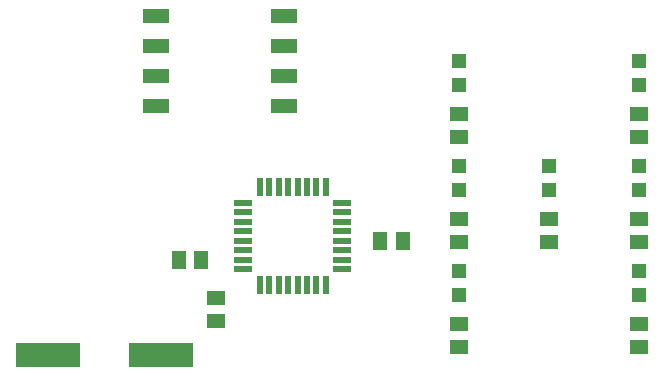
<source format=gtp>
G04 EAGLE Gerber RS-274X export*
G75*
%MOMM*%
%FSLAX34Y34*%
%LPD*%
%INSolderpaste Top*%
%IPPOS*%
%AMOC8*
5,1,8,0,0,1.08239X$1,22.5*%
G01*
%ADD10R,1.300000X1.500000*%
%ADD11R,1.500000X1.300000*%
%ADD12R,1.200000X1.200000*%
%ADD13R,1.600000X1.300000*%
%ADD14R,2.200000X1.200000*%
%ADD15R,1.600000X0.550000*%
%ADD16R,0.550000X1.600000*%
%ADD17R,5.500000X2.000000*%


D10*
X166014Y146812D03*
X185014Y146812D03*
D11*
X197358Y95402D03*
X197358Y114402D03*
D12*
X555498Y315554D03*
X555498Y294554D03*
X555498Y226654D03*
X555498Y205654D03*
X555498Y137754D03*
X555498Y116754D03*
X403098Y315554D03*
X403098Y294554D03*
X403098Y226654D03*
X403098Y205654D03*
X403098Y137754D03*
X403098Y116754D03*
X479298Y226654D03*
X479298Y205654D03*
D13*
X555498Y270104D03*
X555498Y251104D03*
X555498Y181204D03*
X555498Y162204D03*
X555498Y92304D03*
X555498Y73304D03*
X403098Y270104D03*
X403098Y251104D03*
X403098Y181204D03*
X403098Y162204D03*
X403098Y92304D03*
X403098Y73304D03*
X479298Y181204D03*
X479298Y162204D03*
D14*
X255170Y277368D03*
X255170Y302768D03*
X255170Y328168D03*
X255170Y353568D03*
X146150Y353568D03*
X146150Y328168D03*
X146150Y302768D03*
X146150Y277368D03*
D15*
X220582Y194878D03*
X220582Y186878D03*
X220582Y178878D03*
X220582Y170878D03*
X220582Y162878D03*
X220582Y154878D03*
X220582Y146878D03*
X220582Y138878D03*
D16*
X234382Y125078D03*
X242382Y125078D03*
X250382Y125078D03*
X258382Y125078D03*
X266382Y125078D03*
X274382Y125078D03*
X282382Y125078D03*
X290382Y125078D03*
D15*
X304182Y138878D03*
X304182Y146878D03*
X304182Y154878D03*
X304182Y162878D03*
X304182Y170878D03*
X304182Y178878D03*
X304182Y186878D03*
X304182Y194878D03*
D16*
X290382Y208678D03*
X282382Y208678D03*
X274382Y208678D03*
X266382Y208678D03*
X258382Y208678D03*
X250382Y208678D03*
X242382Y208678D03*
X234382Y208678D03*
D10*
X355321Y162941D03*
X336321Y162941D03*
D17*
X150370Y66040D03*
X55370Y66040D03*
M02*

</source>
